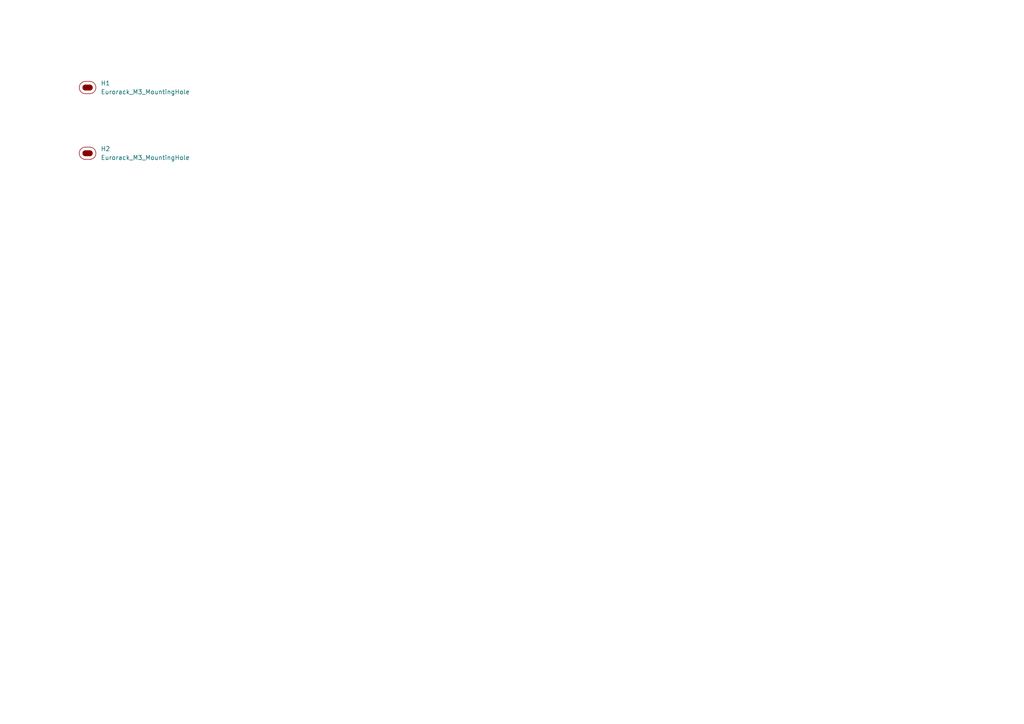
<source format=kicad_sch>
(kicad_sch (version 20231120) (generator "eeschema") (generator_version "8.0")
  (paper "A4")
  (lib_symbols
    (symbol "EXC:Eurorack_M3_MountingHole" (pin_names (offset 1.016)) (exclude_from_sim yes) (in_bom no)
      (property "Reference" "H" (at 0 5.08 0))
      (property "Value" "Eurorack_M3_MountingHole" (at 0 3.175 0))
      (symbol "Eurorack_M3_MountingHole_0_1"
        (circle (center -0.635 0) (radius 0.762) (fill (type outline)))
        (arc (start -0.635 0.762) (mid -1.397 0) (end -0.635 -0.762))
        (arc (start -0.635 1.778) (mid -2.413 0) (end -0.635 -1.778))
        (polyline (pts (xy -0.635 -1.778) (xy 0.635 -1.778)))
        (polyline (pts (xy -0.635 -0.762) (xy 0.635 -0.762)))
        (polyline (pts (xy -0.635 0.762) (xy 0.635 0.762)))
        (polyline (pts (xy 0.635 1.778) (xy -0.635 1.778)))
        (circle (center 0 0) (radius 0.762) (fill (type outline)))
        (arc (start 0.6141 -1.778) (mid 2.4131 0) (end 0.6141 1.778))
        (arc (start 0.6227 -0.762) (mid 1.3971 0) (end 0.6227 0.762))
        (circle (center 0.635 0) (radius 0.762) (fill (type outline)))
      )
    )
  )
  (symbol (lib_id "EXC:Eurorack_M3_MountingHole") (at 25.4 25.4 0) (unit 1) (exclude_from_sim yes) (in_bom no)
    (property "Reference" "H1" (at 29.21 24.1299 0) (effects (justify left)))
    (property "Value" "Eurorack_M3_MountingHole" (at 29.21 26.6699 0) (effects (justify left)))
    (property "Footprint" "EXC:MountingHole_3.2mm_M3" (effects (hide yes)))
    (property "Description" "Mounting Hole without connection" (effects (hide yes)))
  )
  (symbol (lib_id "EXC:Eurorack_M3_MountingHole") (at 25.4 44.45 0) (unit 1) (exclude_from_sim yes) (in_bom no)
    (property "Reference" "H2" (at 29.21 43.1799 0) (effects (justify left)))
    (property "Value" "Eurorack_M3_MountingHole" (at 29.21 45.7199 0) (effects (justify left)))
    (property "Footprint" "EXC:MountingHole_3.2mm_M3" (effects (hide yes)))
    (property "Description" "Mounting Hole without connection" (effects (hide yes)))
  )
)
</source>
